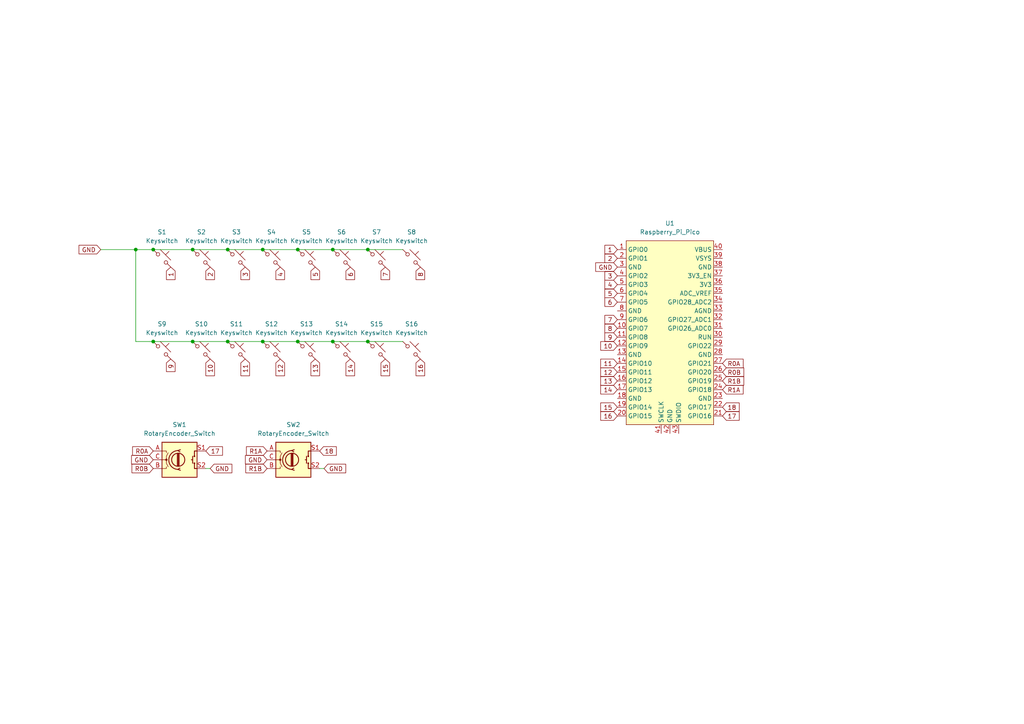
<source format=kicad_sch>
(kicad_sch (version 20230121) (generator eeschema)
  (paper "A4")
  (lib_symbols
    (symbol "Device:RotaryEncoder_Switch" (pin_names (offset 0.254) hide)
      (property "Reference" "SW" (at 0 6.604 0))
      (property "Value" "RotaryEncoder_Switch" (at 0 -6.604 0))
      (symbol "RotaryEncoder_Switch_0_1"
        (rectangle (start -5.08 5.08) (end 5.08 -5.08) (stroke (width 0.254)) (fill (type background)))
        (circle (center -3.81 0) (radius 0.254) (fill (type outline)))
        (circle (center -0.381 0) (radius 1.905) (stroke (width 0.254)))
        (arc (start -0.381 2.667) (mid -3.0988 -0.0635) (end -0.381 -2.794) (stroke (width 0.254)))
        (polyline (pts (xy -0.635 -1.778) (xy -0.635 1.778)) (stroke (width 0.254)))
        (polyline (pts (xy -0.381 -1.778) (xy -0.381 1.778)) (stroke (width 0.254)))
        (polyline (pts (xy -0.127 1.778) (xy -0.127 -1.778)) (stroke (width 0.254)))
        (polyline (pts (xy 3.81 0) (xy 3.429 0)) (stroke (width 0.254)))
        (polyline (pts (xy 3.81 1.016) (xy 3.81 -1.016)) (stroke (width 0.254)))
        (polyline (pts (xy -5.08 -2.54) (xy -3.81 -2.54) (xy -3.81 -2.032)))
        (polyline (pts (xy -5.08 2.54) (xy -3.81 2.54) (xy -3.81 2.032)))
        (polyline (pts (xy 0.254 -3.048) (xy -0.508 -2.794) (xy 0.127 -2.413)) (stroke (width 0.254)))
        (polyline (pts (xy 0.254 2.921) (xy -0.508 2.667) (xy 0.127 2.286)) (stroke (width 0.254)))
        (polyline (pts (xy 5.08 -2.54) (xy 4.318 -2.54) (xy 4.318 -1.016)) (stroke (width 0.254)))
        (polyline (pts (xy 5.08 2.54) (xy 4.318 2.54) (xy 4.318 1.016)) (stroke (width 0.254)))
        (polyline (pts (xy -5.08 0) (xy -3.81 0) (xy -3.81 -1.016) (xy -3.302 -2.032)))
        (polyline (pts (xy -4.318 0) (xy -3.81 0) (xy -3.81 1.016) (xy -3.302 2.032)))
        (circle (center 4.318 -1.016) (radius 0.127) (stroke (width 0.254)))
        (circle (center 4.318 1.016) (radius 0.127) (stroke (width 0.254)))
      )
      (symbol "RotaryEncoder_Switch_1_1"
        (pin passive line (at -7.62 2.54 0) (length 2.54) (name "A") (number "A"))
        (pin passive line (at -7.62 -2.54 0) (length 2.54) (name "B") (number "B"))
        (pin passive line (at -7.62 0 0) (length 2.54) (name "C") (number "C"))
        (pin passive line (at 7.62 2.54 180) (length 2.54) (name "S1") (number "S1"))
        (pin passive line (at 7.62 -2.54 180) (length 2.54) (name "S2") (number "S2"))
      )
    )
    (symbol "ScottoKeebs:MCU_Raspberry_Pi_Pico"
      (property "Reference" "U" (at 0 0 0))
      (property "Value" "Raspberry_Pi_Pico" (at 0 27.94 0))
      (symbol "MCU_Raspberry_Pi_Pico_0_1"
        (rectangle (start -12.7 26.67) (end 12.7 -26.67) (fill (type background)))
      )
      (symbol "MCU_Raspberry_Pi_Pico_1_1"
        (pin bidirectional line (at -15.24 24.13 0) (length 2.54) (name "GPIO0") (number "1"))
        (pin bidirectional line (at -15.24 1.27 0) (length 2.54) (name "GPIO7") (number "10"))
        (pin bidirectional line (at -15.24 -1.27 0) (length 2.54) (name "GPIO8") (number "11"))
        (pin bidirectional line (at -15.24 -3.81 0) (length 2.54) (name "GPIO9") (number "12"))
        (pin power_in line (at -15.24 -6.35 0) (length 2.54) (name "GND") (number "13"))
        (pin bidirectional line (at -15.24 -8.89 0) (length 2.54) (name "GPIO10") (number "14"))
        (pin bidirectional line (at -15.24 -11.43 0) (length 2.54) (name "GPIO11") (number "15"))
        (pin bidirectional line (at -15.24 -13.97 0) (length 2.54) (name "GPIO12") (number "16"))
        (pin bidirectional line (at -15.24 -16.51 0) (length 2.54) (name "GPIO13") (number "17"))
        (pin power_in line (at -15.24 -19.05 0) (length 2.54) (name "GND") (number "18"))
        (pin bidirectional line (at -15.24 -21.59 0) (length 2.54) (name "GPIO14") (number "19"))
        (pin bidirectional line (at -15.24 21.59 0) (length 2.54) (name "GPIO1") (number "2"))
        (pin bidirectional line (at -15.24 -24.13 0) (length 2.54) (name "GPIO15") (number "20"))
        (pin bidirectional line (at 15.24 -24.13 180) (length 2.54) (name "GPIO16") (number "21"))
        (pin bidirectional line (at 15.24 -21.59 180) (length 2.54) (name "GPIO17") (number "22"))
        (pin power_in line (at 15.24 -19.05 180) (length 2.54) (name "GND") (number "23"))
        (pin bidirectional line (at 15.24 -16.51 180) (length 2.54) (name "GPIO18") (number "24"))
        (pin bidirectional line (at 15.24 -13.97 180) (length 2.54) (name "GPIO19") (number "25"))
        (pin bidirectional line (at 15.24 -11.43 180) (length 2.54) (name "GPIO20") (number "26"))
        (pin bidirectional line (at 15.24 -8.89 180) (length 2.54) (name "GPIO21") (number "27"))
        (pin power_in line (at 15.24 -6.35 180) (length 2.54) (name "GND") (number "28"))
        (pin bidirectional line (at 15.24 -3.81 180) (length 2.54) (name "GPIO22") (number "29"))
        (pin power_in line (at -15.24 19.05 0) (length 2.54) (name "GND") (number "3"))
        (pin input line (at 15.24 -1.27 180) (length 2.54) (name "RUN") (number "30"))
        (pin bidirectional line (at 15.24 1.27 180) (length 2.54) (name "GPIO26_ADC0") (number "31"))
        (pin bidirectional line (at 15.24 3.81 180) (length 2.54) (name "GPIO27_ADC1") (number "32"))
        (pin power_in line (at 15.24 6.35 180) (length 2.54) (name "AGND") (number "33"))
        (pin bidirectional line (at 15.24 8.89 180) (length 2.54) (name "GPIO28_ADC2") (number "34"))
        (pin power_in line (at 15.24 11.43 180) (length 2.54) (name "ADC_VREF") (number "35"))
        (pin power_in line (at 15.24 13.97 180) (length 2.54) (name "3V3") (number "36"))
        (pin input line (at 15.24 16.51 180) (length 2.54) (name "3V3_EN") (number "37"))
        (pin bidirectional line (at 15.24 19.05 180) (length 2.54) (name "GND") (number "38"))
        (pin power_in line (at 15.24 21.59 180) (length 2.54) (name "VSYS") (number "39"))
        (pin bidirectional line (at -15.24 16.51 0) (length 2.54) (name "GPIO2") (number "4"))
        (pin power_in line (at 15.24 24.13 180) (length 2.54) (name "VBUS") (number "40"))
        (pin input line (at -2.54 -29.21 90) (length 2.54) (name "SWCLK") (number "41"))
        (pin power_in line (at 0 -29.21 90) (length 2.54) (name "GND") (number "42"))
        (pin bidirectional line (at 2.54 -29.21 90) (length 2.54) (name "SWDIO") (number "43"))
        (pin bidirectional line (at -15.24 13.97 0) (length 2.54) (name "GPIO3") (number "5"))
        (pin bidirectional line (at -15.24 11.43 0) (length 2.54) (name "GPIO4") (number "6"))
        (pin bidirectional line (at -15.24 8.89 0) (length 2.54) (name "GPIO5") (number "7"))
        (pin power_in line (at -15.24 6.35 0) (length 2.54) (name "GND") (number "8"))
        (pin bidirectional line (at -15.24 3.81 0) (length 2.54) (name "GPIO6") (number "9"))
      )
    )
    (symbol "ScottoKeebs:Placeholder_Keyswitch" (pin_numbers hide) (pin_names (offset 1.016) hide)
      (property "Reference" "S" (at 3.048 1.016 0))
      (property "Value" "Keyswitch" (at 0 -3.81 0))
      (symbol "Placeholder_Keyswitch_0_1"
        (circle (center -1.1684 1.1684) (radius 0.508))
        (polyline (pts (xy -0.508 2.54) (xy 2.54 -0.508)))
        (polyline (pts (xy 1.016 1.016) (xy 2.032 2.032)))
        (polyline (pts (xy -2.54 2.54) (xy -1.524 1.524) (xy -1.524 1.524)))
        (polyline (pts (xy 1.524 -1.524) (xy 2.54 -2.54) (xy 2.54 -2.54) (xy 2.54 -2.54)))
        (circle (center 1.143 -1.1938) (radius 0.508))
        (pin passive line (at -2.54 2.54 0) (length 0) (name "1") (number "1"))
        (pin passive line (at 2.54 -2.54 180) (length 0) (name "2") (number "2"))
      )
    )
  )
  (junction (at 96.52 99.06))
  (junction (at 44.45 72.39))
  (junction (at 76.2 72.39))
  (junction (at 106.68 99.06))
  (junction (at 86.36 72.39))
  (junction (at 106.68 72.39))
  (junction (at 66.04 72.39))
  (junction (at 55.88 99.06))
  (junction (at 55.88 72.39))
  (junction (at 44.45 99.06))
  (junction (at 66.04 99.06))
  (junction (at 96.52 72.39))
  (junction (at 86.36 99.06))
  (junction (at 76.2 99.06))
  (junction (at 39.37 72.39))
  (wire (pts (xy 44.45 72.39) (xy 55.88 72.39)))
  (wire (pts (xy 76.2 99.06) (xy 86.36 99.06)))
  (wire (pts (xy 66.04 72.39) (xy 76.2 72.39)))
  (wire (pts (xy 96.52 72.39) (xy 106.68 72.39)))
  (wire (pts (xy 44.45 99.06) (xy 55.88 99.06)))
  (wire (pts (xy 44.45 99.06) (xy 39.37 99.06)))
  (wire (pts (xy 39.37 72.39) (xy 44.45 72.39)))
  (wire (pts (xy 86.36 99.06) (xy 96.52 99.06)))
  (wire (pts (xy 96.52 99.06) (xy 106.68 99.06)))
  (wire (pts (xy 106.68 99.06) (xy 116.84 99.06)))
  (wire (pts (xy 60.96 135.89) (xy 59.69 135.89)))
  (wire (pts (xy 106.68 72.39) (xy 116.84 72.39)))
  (wire (pts (xy 55.88 72.39) (xy 66.04 72.39)))
  (wire (pts (xy 29.21 72.39) (xy 39.37 72.39)))
  (wire (pts (xy 76.2 72.39) (xy 86.36 72.39)))
  (wire (pts (xy 39.37 72.39) (xy 39.37 99.06)))
  (wire (pts (xy 86.36 72.39) (xy 96.52 72.39)))
  (wire (pts (xy 55.88 99.06) (xy 66.04 99.06)))
  (wire (pts (xy 93.98 135.89) (xy 92.71 135.89)))
  (wire (pts (xy 66.04 99.06) (xy 76.2 99.06)))
  (global_label "4" (shape input) (at 179.07 82.55 180) (property "Intersheetrefs" "${INTERSHEET_REFS}" (effects hide)))
  (global_label "16" (shape input) (at 121.92 104.14 270) (property "Intersheetrefs" "${INTERSHEET_REFS}" (effects hide)))
  (global_label "15" (shape input) (at 111.76 104.14 270) (property "Intersheetrefs" "${INTERSHEET_REFS}" (effects hide)))
  (global_label "18" (shape input) (at 209.55 118.11 0) (property "Intersheetrefs" "${INTERSHEET_REFS}" (effects hide)))
  (global_label "R1B" (shape input) (at 77.47 135.89 180) (property "Intersheetrefs" "${INTERSHEET_REFS}" (effects hide)))
  (global_label "18" (shape input) (at 92.71 130.81 0) (property "Intersheetrefs" "${INTERSHEET_REFS}" (effects hide)))
  (global_label "6" (shape input) (at 101.6 77.47 270) (property "Intersheetrefs" "${INTERSHEET_REFS}" (effects hide)))
  (global_label "R0A" (shape input) (at 209.55 105.41 0) (property "Intersheetrefs" "${INTERSHEET_REFS}" (effects hide)))
  (global_label "GND" (shape input) (at 44.45 133.35 180) (property "Intersheetrefs" "${INTERSHEET_REFS}" (effects hide)))
  (global_label "3" (shape input) (at 179.07 80.01 180) (property "Intersheetrefs" "${INTERSHEET_REFS}" (effects hide)))
  (global_label "7" (shape input) (at 179.07 92.71 180) (property "Intersheetrefs" "${INTERSHEET_REFS}" (effects hide)))
  (global_label "2" (shape input) (at 179.07 74.93 180) (property "Intersheetrefs" "${INTERSHEET_REFS}" (effects hide)))
  (global_label "GND" (shape input) (at 60.96 135.89 0) (property "Intersheetrefs" "${INTERSHEET_REFS}" (effects hide)))
  (global_label "10" (shape input) (at 179.07 100.33 180) (property "Intersheetrefs" "${INTERSHEET_REFS}" (effects hide)))
  (global_label "11" (shape input) (at 179.07 105.41 180) (property "Intersheetrefs" "${INTERSHEET_REFS}" (effects hide)))
  (global_label "R1A" (shape input) (at 77.47 130.81 180) (property "Intersheetrefs" "${INTERSHEET_REFS}" (effects hide)))
  (global_label "9" (shape input) (at 49.53 104.14 270) (property "Intersheetrefs" "${INTERSHEET_REFS}" (effects hide)))
  (global_label "15" (shape input) (at 179.07 118.11 180) (property "Intersheetrefs" "${INTERSHEET_REFS}" (effects hide)))
  (global_label "R0A" (shape input) (at 44.45 130.81 180) (property "Intersheetrefs" "${INTERSHEET_REFS}" (effects hide)))
  (global_label "5" (shape input) (at 91.44 77.47 270) (property "Intersheetrefs" "${INTERSHEET_REFS}" (effects hide)))
  (global_label "5" (shape input) (at 179.07 85.09 180) (property "Intersheetrefs" "${INTERSHEET_REFS}" (effects hide)))
  (global_label "R1A" (shape input) (at 209.55 113.03 0) (property "Intersheetrefs" "${INTERSHEET_REFS}" (effects hide)))
  (global_label "9" (shape input) (at 179.07 97.79 180) (property "Intersheetrefs" "${INTERSHEET_REFS}" (effects hide)))
  (global_label "13" (shape input) (at 91.44 104.14 270) (property "Intersheetrefs" "${INTERSHEET_REFS}" (effects hide)))
  (global_label "12" (shape input) (at 81.28 104.14 270) (property "Intersheetrefs" "${INTERSHEET_REFS}" (effects hide)))
  (global_label "7" (shape input) (at 111.76 77.47 270) (property "Intersheetrefs" "${INTERSHEET_REFS}" (effects hide)))
  (global_label "2" (shape input) (at 60.96 77.47 270) (property "Intersheetrefs" "${INTERSHEET_REFS}" (effects hide)))
  (global_label "GND" (shape input) (at 93.98 135.89 0) (property "Intersheetrefs" "${INTERSHEET_REFS}" (effects hide)))
  (global_label "R0B" (shape input) (at 209.55 107.95 0) (property "Intersheetrefs" "${INTERSHEET_REFS}" (effects hide)))
  (global_label "8" (shape input) (at 121.92 77.47 270) (property "Intersheetrefs" "${INTERSHEET_REFS}" (effects hide)))
  (global_label "6" (shape input) (at 179.07 87.63 180) (property "Intersheetrefs" "${INTERSHEET_REFS}" (effects hide)))
  (global_label "16" (shape input) (at 179.07 120.65 180) (property "Intersheetrefs" "${INTERSHEET_REFS}" (effects hide)))
  (global_label "1" (shape input) (at 49.53 77.47 270) (property "Intersheetrefs" "${INTERSHEET_REFS}" (effects hide)))
  (global_label "11" (shape input) (at 71.12 104.14 270) (property "Intersheetrefs" "${INTERSHEET_REFS}" (effects hide)))
  (global_label "17" (shape input) (at 59.69 130.81 0) (property "Intersheetrefs" "${INTERSHEET_REFS}" (effects hide)))
  (global_label "GND" (shape input) (at 179.07 77.47 180) (property "Intersheetrefs" "${INTERSHEET_REFS}" (effects hide)))
  (global_label "4" (shape input) (at 81.28 77.47 270) (property "Intersheetrefs" "${INTERSHEET_REFS}" (effects hide)))
  (global_label "1" (shape input) (at 179.07 72.39 180) (property "Intersheetrefs" "${INTERSHEET_REFS}" (effects hide)))
  (global_label "12" (shape input) (at 179.07 107.95 180) (property "Intersheetrefs" "${INTERSHEET_REFS}" (effects hide)))
  (global_label "14" (shape input) (at 179.07 113.03 180) (property "Intersheetrefs" "${INTERSHEET_REFS}" (effects hide)))
  (global_label "GND" (shape input) (at 29.21 72.39 180) (property "Intersheetrefs" "${INTERSHEET_REFS}" (effects hide)))
  (global_label "GND" (shape input) (at 77.47 133.35 180) (property "Intersheetrefs" "${INTERSHEET_REFS}" (effects hide)))
  (global_label "10" (shape input) (at 60.96 104.14 270) (property "Intersheetrefs" "${INTERSHEET_REFS}" (effects hide)))
  (global_label "R0B" (shape input) (at 44.45 135.89 180) (property "Intersheetrefs" "${INTERSHEET_REFS}" (effects hide)))
  (global_label "17" (shape input) (at 209.55 120.65 0) (property "Intersheetrefs" "${INTERSHEET_REFS}" (effects hide)))
  (global_label "14" (shape input) (at 101.6 104.14 270) (property "Intersheetrefs" "${INTERSHEET_REFS}" (effects hide)))
  (global_label "3" (shape input) (at 71.12 77.47 270) (property "Intersheetrefs" "${INTERSHEET_REFS}" (effects hide)))
  (global_label "8" (shape input) (at 179.07 95.25 180) (property "Intersheetrefs" "${INTERSHEET_REFS}" (effects hide)))
  (global_label "R1B" (shape input) (at 209.55 110.49 0) (property "Intersheetrefs" "${INTERSHEET_REFS}" (effects hide)))
  (global_label "13" (shape input) (at 179.07 110.49 180) (property "Intersheetrefs" "${INTERSHEET_REFS}" (effects hide)))
  (symbol (lib_id "ScottoKeebs:Placeholder_Keyswitch") (at 46.99 74.93 0) (unit 1)
    (property "Reference" "S1" (at 46.99 67.31 0))
    (property "Value" "Keyswitch" (at 46.99 69.85 0))
    (property "Footprint" "kbd:CherryMX_Hotswap" (effects hide))
  )
  (symbol (lib_id "ScottoKeebs:Placeholder_Keyswitch") (at 109.22 74.93 0) (unit 1)
    (property "Reference" "S7" (at 109.22 67.31 0))
    (property "Value" "Keyswitch" (at 109.22 69.85 0))
    (property "Footprint" "kbd:CherryMX_Hotswap" (effects hide))
  )
  (symbol (lib_id "ScottoKeebs:Placeholder_Keyswitch") (at 46.99 101.6 0) (unit 1)
    (property "Reference" "S9" (at 46.99 93.98 0))
    (property "Value" "Keyswitch" (at 46.99 96.52 0))
    (property "Footprint" "kbd:CherryMX_Hotswap" (effects hide))
  )
  (symbol (lib_id "ScottoKeebs:Placeholder_Keyswitch") (at 78.74 101.6 0) (unit 1)
    (property "Reference" "S12" (at 78.74 93.98 0))
    (property "Value" "Keyswitch" (at 78.74 96.52 0))
    (property "Footprint" "kbd:CherryMX_Hotswap" (effects hide))
  )
  (symbol (lib_id "ScottoKeebs:Placeholder_Keyswitch") (at 119.38 74.93 0) (unit 1)
    (property "Reference" "S8" (at 119.38 67.31 0))
    (property "Value" "Keyswitch" (at 119.38 69.85 0))
    (property "Footprint" "kbd:CherryMX_Hotswap" (effects hide))
  )
  (symbol (lib_id "ScottoKeebs:MCU_Raspberry_Pi_Pico") (at 194.31 96.52 0) (unit 1)
    (property "Reference" "U1" (at 194.31 64.77 0))
    (property "Value" "Raspberry_Pi_Pico" (at 194.31 67.31 0))
    (property "Footprint" "ScottoKeebs_MCU:Raspberry_Pi_Pico" (effects hide))
  )
  (symbol (lib_id "ScottoKeebs:Placeholder_Keyswitch") (at 99.06 101.6 0) (unit 1)
    (property "Reference" "S14" (at 99.06 93.98 0))
    (property "Value" "Keyswitch" (at 99.06 96.52 0))
    (property "Footprint" "kbd:CherryMX_Hotswap" (effects hide))
  )
  (symbol (lib_id "ScottoKeebs:Placeholder_Keyswitch") (at 109.22 101.6 0) (unit 1)
    (property "Reference" "S15" (at 109.22 93.98 0))
    (property "Value" "Keyswitch" (at 109.22 96.52 0))
    (property "Footprint" "kbd:CherryMX_Hotswap" (effects hide))
  )
  (symbol (lib_id "ScottoKeebs:Placeholder_Keyswitch") (at 99.06 74.93 0) (unit 1)
    (property "Reference" "S6" (at 99.06 67.31 0))
    (property "Value" "Keyswitch" (at 99.06 69.85 0))
    (property "Footprint" "kbd:CherryMX_Hotswap" (effects hide))
  )
  (symbol (lib_id "Device:RotaryEncoder_Switch") (at 52.07 133.35 0) (unit 1)
    (property "Reference" "SW1" (at 52.07 123.19 0))
    (property "Value" "RotaryEncoder_Switch" (at 52.07 125.73 0))
    (property "Footprint" "Keebio-Parts.pretty-master:RotaryEncoder_EC11" (effects hide))
  )
  (symbol (lib_id "ScottoKeebs:Placeholder_Keyswitch") (at 88.9 74.93 0) (unit 1)
    (property "Reference" "S5" (at 88.9 67.31 0))
    (property "Value" "Keyswitch" (at 88.9 69.85 0))
    (property "Footprint" "kbd:CherryMX_Hotswap" (effects hide))
  )
  (symbol (lib_id "ScottoKeebs:Placeholder_Keyswitch") (at 68.58 101.6 0) (unit 1)
    (property "Reference" "S11" (at 68.58 93.98 0))
    (property "Value" "Keyswitch" (at 68.58 96.52 0))
    (property "Footprint" "kbd:CherryMX_Hotswap" (effects hide))
  )
  (symbol (lib_id "ScottoKeebs:Placeholder_Keyswitch") (at 68.58 74.93 0) (unit 1)
    (property "Reference" "S3" (at 68.58 67.31 0))
    (property "Value" "Keyswitch" (at 68.58 69.85 0))
    (property "Footprint" "kbd:CherryMX_Hotswap" (effects hide))
  )
  (symbol (lib_id "ScottoKeebs:Placeholder_Keyswitch") (at 58.42 101.6 0) (unit 1)
    (property "Reference" "S10" (at 58.42 93.98 0))
    (property "Value" "Keyswitch" (at 58.42 96.52 0))
    (property "Footprint" "kbd:CherryMX_Hotswap" (effects hide))
  )
  (symbol (lib_id "ScottoKeebs:Placeholder_Keyswitch") (at 88.9 101.6 0) (unit 1)
    (property "Reference" "S13" (at 88.9 93.98 0))
    (property "Value" "Keyswitch" (at 88.9 96.52 0))
    (property "Footprint" "kbd:CherryMX_Hotswap" (effects hide))
  )
  (symbol (lib_id "Device:RotaryEncoder_Switch") (at 85.09 133.35 0) (unit 1)
    (property "Reference" "SW2" (at 85.09 123.19 0))
    (property "Value" "RotaryEncoder_Switch" (at 85.09 125.73 0))
    (property "Footprint" "Keebio-Parts.pretty-master:RotaryEncoder_EC11" (effects hide))
  )
  (symbol (lib_id "ScottoKeebs:Placeholder_Keyswitch") (at 78.74 74.93 0) (unit 1)
    (property "Reference" "S4" (at 78.74 67.31 0))
    (property "Value" "Keyswitch" (at 78.74 69.85 0))
    (property "Footprint" "kbd:CherryMX_Hotswap" (effects hide))
  )
  (symbol (lib_id "ScottoKeebs:Placeholder_Keyswitch") (at 58.42 74.93 0) (unit 1)
    (property "Reference" "S2" (at 58.42 67.31 0))
    (property "Value" "Keyswitch" (at 58.42 69.85 0))
    (property "Footprint" "kbd:CherryMX_Hotswap" (effects hide))
  )
  (symbol (lib_id "ScottoKeebs:Placeholder_Keyswitch") (at 119.38 101.6 0) (unit 1)
    (property "Reference" "S16" (at 119.38 93.98 0))
    (property "Value" "Keyswitch" (at 119.38 96.52 0))
    (property "Footprint" "kbd:CherryMX_Hotswap" (effects hide))
  )
)
</source>
